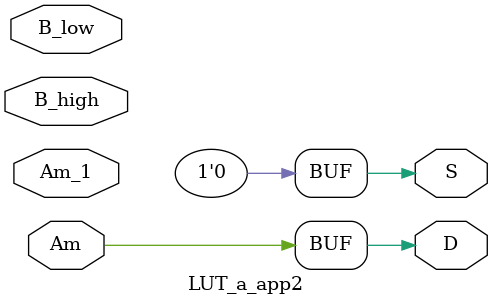
<source format=v>
`timescale 1ns/1ns
module LUT_a_app2(
    input           Am          ,
    input           B_low       ,
    input           Am_1        ,
    input           B_high      ,
    output          S           ,
    output          D           //           
);

	assign D = Am;
	assign S = 1'b0;

endmodule // LUT_a_app2


</source>
